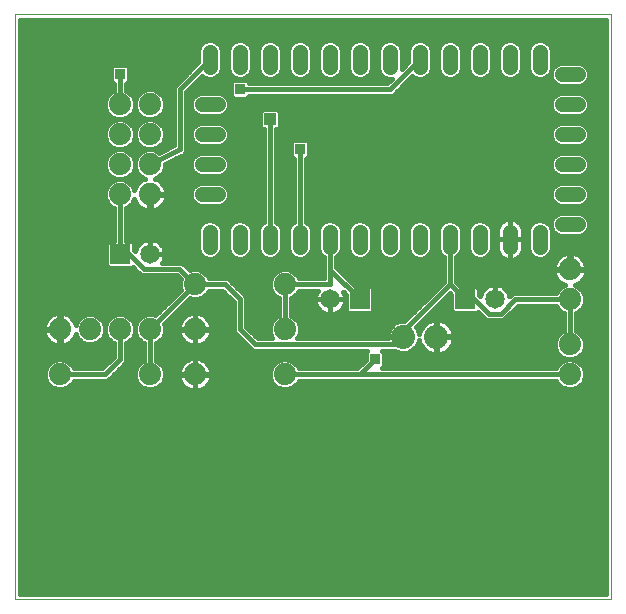
<source format=gtl>
G75*
%MOIN*%
%OFA0B0*%
%FSLAX25Y25*%
%IPPOS*%
%LPD*%
%AMOC8*
5,1,8,0,0,1.08239X$1,22.5*
%
%ADD10C,0.00000*%
%ADD11R,0.06500X0.06500*%
%ADD12C,0.06500*%
%ADD13C,0.07400*%
%ADD14C,0.05150*%
%ADD15C,0.08000*%
%ADD16C,0.01600*%
%ADD17R,0.03562X0.03562*%
%ADD18R,0.04134X0.04134*%
D10*
X0006800Y0006800D02*
X0006800Y0201761D01*
X0205501Y0201761D01*
X0205501Y0006800D01*
X0006800Y0006800D01*
D11*
X0121721Y0106800D03*
X0156879Y0106800D03*
X0041879Y0121800D03*
D12*
X0051721Y0121800D03*
X0111879Y0106800D03*
X0166721Y0106800D03*
D13*
X0191800Y0106800D03*
X0191800Y0116800D03*
X0191800Y0091800D03*
X0191800Y0081800D03*
X0096800Y0081800D03*
X0096800Y0096800D03*
X0096800Y0111800D03*
X0066800Y0111800D03*
X0066800Y0096800D03*
X0066800Y0081800D03*
X0051800Y0081800D03*
X0051800Y0096800D03*
X0041800Y0096800D03*
X0031800Y0096800D03*
X0021800Y0096800D03*
X0021800Y0081800D03*
X0041800Y0141800D03*
X0041800Y0151800D03*
X0041800Y0161800D03*
X0041800Y0171800D03*
X0051800Y0171800D03*
X0051800Y0161800D03*
X0051800Y0151800D03*
X0051800Y0141800D03*
D14*
X0069225Y0141800D02*
X0074375Y0141800D01*
X0074375Y0151800D02*
X0069225Y0151800D01*
X0069225Y0161800D02*
X0074375Y0161800D01*
X0074375Y0171800D02*
X0069225Y0171800D01*
X0071800Y0184225D02*
X0071800Y0189375D01*
X0081800Y0189375D02*
X0081800Y0184225D01*
X0091800Y0184225D02*
X0091800Y0189375D01*
X0101800Y0189375D02*
X0101800Y0184225D01*
X0111800Y0184225D02*
X0111800Y0189375D01*
X0121800Y0189375D02*
X0121800Y0184225D01*
X0131800Y0184225D02*
X0131800Y0189375D01*
X0141800Y0189375D02*
X0141800Y0184225D01*
X0151800Y0184225D02*
X0151800Y0189375D01*
X0161800Y0189375D02*
X0161800Y0184225D01*
X0171800Y0184225D02*
X0171800Y0189375D01*
X0181800Y0189375D02*
X0181800Y0184225D01*
X0189225Y0181800D02*
X0194375Y0181800D01*
X0194375Y0171800D02*
X0189225Y0171800D01*
X0189225Y0161800D02*
X0194375Y0161800D01*
X0194375Y0151800D02*
X0189225Y0151800D01*
X0189225Y0141800D02*
X0194375Y0141800D01*
X0194375Y0131800D02*
X0189225Y0131800D01*
X0181800Y0129375D02*
X0181800Y0124225D01*
X0171800Y0124225D02*
X0171800Y0129375D01*
X0161800Y0129375D02*
X0161800Y0124225D01*
X0151800Y0124225D02*
X0151800Y0129375D01*
X0141800Y0129375D02*
X0141800Y0124225D01*
X0131800Y0124225D02*
X0131800Y0129375D01*
X0121800Y0129375D02*
X0121800Y0124225D01*
X0111800Y0124225D02*
X0111800Y0129375D01*
X0101800Y0129375D02*
X0101800Y0124225D01*
X0091800Y0124225D02*
X0091800Y0129375D01*
X0081800Y0129375D02*
X0081800Y0124225D01*
X0071800Y0124225D02*
X0071800Y0129375D01*
D15*
X0136300Y0094300D03*
X0147300Y0094300D03*
D16*
X0147500Y0094500D02*
X0147100Y0094500D01*
X0147100Y0100100D01*
X0146844Y0100100D01*
X0145942Y0099957D01*
X0145074Y0099675D01*
X0144260Y0099261D01*
X0143522Y0098724D01*
X0142876Y0098078D01*
X0142339Y0097340D01*
X0141925Y0096526D01*
X0141643Y0095658D01*
X0141596Y0095363D01*
X0140793Y0097302D01*
X0140533Y0097563D01*
X0151812Y0108842D01*
X0152329Y0108333D01*
X0152329Y0103012D01*
X0153090Y0102250D01*
X0160667Y0102250D01*
X0161055Y0102638D01*
X0163842Y0099850D01*
X0169600Y0099850D01*
X0174450Y0104700D01*
X0187258Y0104700D01*
X0187561Y0103968D01*
X0188968Y0102561D01*
X0189700Y0102258D01*
X0189700Y0096342D01*
X0188968Y0096039D01*
X0187561Y0094632D01*
X0186800Y0092795D01*
X0186800Y0090805D01*
X0187561Y0088968D01*
X0188968Y0087561D01*
X0190805Y0086800D01*
X0192795Y0086800D01*
X0194632Y0087561D01*
X0196039Y0088968D01*
X0196800Y0090805D01*
X0196800Y0092795D01*
X0196039Y0094632D01*
X0194632Y0096039D01*
X0193900Y0096342D01*
X0193900Y0102258D01*
X0194632Y0102561D01*
X0196039Y0103968D01*
X0196800Y0105805D01*
X0196800Y0107795D01*
X0196039Y0109632D01*
X0194632Y0111039D01*
X0193417Y0111542D01*
X0193911Y0111703D01*
X0194683Y0112096D01*
X0195383Y0112605D01*
X0195995Y0113217D01*
X0196504Y0113917D01*
X0196897Y0114689D01*
X0197165Y0115512D01*
X0197300Y0116367D01*
X0197300Y0116600D01*
X0192000Y0116600D01*
X0192000Y0117000D01*
X0191600Y0117000D01*
X0191600Y0122300D01*
X0191367Y0122300D01*
X0190512Y0122165D01*
X0189689Y0121897D01*
X0188917Y0121504D01*
X0188217Y0120995D01*
X0187605Y0120383D01*
X0187096Y0119683D01*
X0186703Y0118911D01*
X0186435Y0118088D01*
X0186300Y0117233D01*
X0186300Y0117000D01*
X0191600Y0117000D01*
X0191600Y0116600D01*
X0186300Y0116600D01*
X0186300Y0116367D01*
X0186435Y0115512D01*
X0186703Y0114689D01*
X0187096Y0113917D01*
X0187605Y0113217D01*
X0188217Y0112605D01*
X0188917Y0112096D01*
X0189689Y0111703D01*
X0190183Y0111542D01*
X0188968Y0111039D01*
X0187561Y0109632D01*
X0187258Y0108900D01*
X0172710Y0108900D01*
X0171667Y0107856D01*
X0171647Y0107983D01*
X0171401Y0108739D01*
X0171040Y0109447D01*
X0170573Y0110090D01*
X0170011Y0110652D01*
X0169368Y0111119D01*
X0168660Y0111480D01*
X0167904Y0111726D01*
X0167119Y0111850D01*
X0166721Y0111850D01*
X0166324Y0111850D01*
X0165539Y0111726D01*
X0164783Y0111480D01*
X0164074Y0111119D01*
X0163431Y0110652D01*
X0162869Y0110090D01*
X0162402Y0109447D01*
X0162041Y0108739D01*
X0161796Y0107983D01*
X0161776Y0107856D01*
X0161429Y0108203D01*
X0161429Y0110588D01*
X0160667Y0111350D01*
X0155250Y0111350D01*
X0153900Y0112679D01*
X0153900Y0120901D01*
X0153995Y0120940D01*
X0155085Y0122030D01*
X0155675Y0123454D01*
X0155675Y0130146D01*
X0155085Y0131570D01*
X0153995Y0132660D01*
X0152571Y0133250D01*
X0151029Y0133250D01*
X0149605Y0132660D01*
X0148515Y0131570D01*
X0147925Y0130146D01*
X0147925Y0123454D01*
X0148515Y0122030D01*
X0149605Y0120940D01*
X0149700Y0120901D01*
X0149700Y0112670D01*
X0136630Y0099600D01*
X0135246Y0099600D01*
X0133298Y0098793D01*
X0131807Y0097302D01*
X0131000Y0095354D01*
X0131000Y0093900D01*
X0100971Y0093900D01*
X0101039Y0093968D01*
X0101800Y0095805D01*
X0101800Y0097795D01*
X0101039Y0099632D01*
X0099632Y0101039D01*
X0098900Y0101342D01*
X0098900Y0107258D01*
X0099632Y0107561D01*
X0101039Y0108968D01*
X0101342Y0109700D01*
X0107744Y0109700D01*
X0107560Y0109447D01*
X0107199Y0108739D01*
X0106953Y0107983D01*
X0106829Y0107197D01*
X0106829Y0106800D01*
X0106829Y0106403D01*
X0106953Y0105617D01*
X0107199Y0104861D01*
X0107560Y0104153D01*
X0108027Y0103510D01*
X0108589Y0102948D01*
X0109232Y0102481D01*
X0109940Y0102120D01*
X0110696Y0101874D01*
X0111481Y0101750D01*
X0111879Y0101750D01*
X0112276Y0101750D01*
X0113061Y0101874D01*
X0113817Y0102120D01*
X0114526Y0102481D01*
X0115169Y0102948D01*
X0115731Y0103510D01*
X0116198Y0104153D01*
X0116559Y0104861D01*
X0116804Y0105617D01*
X0116929Y0106403D01*
X0116929Y0106800D01*
X0116929Y0107197D01*
X0116804Y0107983D01*
X0116559Y0108739D01*
X0116295Y0109257D01*
X0117171Y0108380D01*
X0117171Y0103012D01*
X0117933Y0102250D01*
X0125510Y0102250D01*
X0126271Y0103012D01*
X0126271Y0110588D01*
X0125510Y0111350D01*
X0120141Y0111350D01*
X0113900Y0117591D01*
X0113900Y0120901D01*
X0113995Y0120940D01*
X0115085Y0122030D01*
X0115675Y0123454D01*
X0115675Y0130146D01*
X0115085Y0131570D01*
X0113995Y0132660D01*
X0112571Y0133250D01*
X0111029Y0133250D01*
X0109605Y0132660D01*
X0108515Y0131570D01*
X0107925Y0130146D01*
X0107925Y0123454D01*
X0108515Y0122030D01*
X0109605Y0120940D01*
X0109700Y0120901D01*
X0109700Y0113900D01*
X0101342Y0113900D01*
X0101039Y0114632D01*
X0099632Y0116039D01*
X0097795Y0116800D01*
X0095805Y0116800D01*
X0093968Y0116039D01*
X0092561Y0114632D01*
X0091800Y0112795D01*
X0091800Y0110805D01*
X0092561Y0108968D01*
X0093968Y0107561D01*
X0094700Y0107258D01*
X0094700Y0101342D01*
X0093968Y0101039D01*
X0092561Y0099632D01*
X0091800Y0097795D01*
X0091800Y0095805D01*
X0092561Y0093968D01*
X0092629Y0093900D01*
X0087670Y0093900D01*
X0083900Y0097670D01*
X0083900Y0107670D01*
X0082670Y0108900D01*
X0077670Y0113900D01*
X0071342Y0113900D01*
X0071039Y0114632D01*
X0069632Y0116039D01*
X0067795Y0116800D01*
X0065805Y0116800D01*
X0065073Y0116497D01*
X0063750Y0117820D01*
X0062520Y0119050D01*
X0055965Y0119050D01*
X0056040Y0119153D01*
X0056401Y0119861D01*
X0056647Y0120617D01*
X0056771Y0121403D01*
X0056771Y0121800D01*
X0056771Y0122197D01*
X0056647Y0122983D01*
X0056401Y0123739D01*
X0056040Y0124447D01*
X0055573Y0125090D01*
X0055011Y0125652D01*
X0054368Y0126119D01*
X0053660Y0126480D01*
X0052904Y0126726D01*
X0052119Y0126850D01*
X0051721Y0126850D01*
X0051324Y0126850D01*
X0050539Y0126726D01*
X0049783Y0126480D01*
X0049074Y0126119D01*
X0048431Y0125652D01*
X0047869Y0125090D01*
X0046429Y0125090D01*
X0046429Y0125588D02*
X0045667Y0126350D01*
X0043900Y0126350D01*
X0043900Y0137258D01*
X0044632Y0137561D01*
X0046039Y0138968D01*
X0046542Y0140183D01*
X0046703Y0139689D01*
X0047096Y0138917D01*
X0047605Y0138217D01*
X0048217Y0137605D01*
X0048917Y0137096D01*
X0049689Y0136703D01*
X0050512Y0136435D01*
X0051367Y0136300D01*
X0051600Y0136300D01*
X0051600Y0141600D01*
X0052000Y0141600D01*
X0052000Y0142000D01*
X0057300Y0142000D01*
X0057300Y0142233D01*
X0057165Y0143088D01*
X0056897Y0143911D01*
X0056504Y0144683D01*
X0055995Y0145383D01*
X0055383Y0145995D01*
X0054683Y0146504D01*
X0053911Y0146897D01*
X0053417Y0147058D01*
X0054632Y0147561D01*
X0056039Y0148968D01*
X0056800Y0150805D01*
X0056800Y0151952D01*
X0062296Y0154700D01*
X0062670Y0154700D01*
X0063044Y0155074D01*
X0063517Y0155311D01*
X0063635Y0155666D01*
X0063900Y0155930D01*
X0063900Y0156459D01*
X0064067Y0156961D01*
X0063900Y0157296D01*
X0063900Y0175930D01*
X0069258Y0181288D01*
X0069605Y0180940D01*
X0071029Y0180350D01*
X0072571Y0180350D01*
X0073995Y0180940D01*
X0075085Y0182030D01*
X0075675Y0183454D01*
X0075675Y0190146D01*
X0075085Y0191570D01*
X0073995Y0192660D01*
X0072571Y0193250D01*
X0071029Y0193250D01*
X0069605Y0192660D01*
X0068515Y0191570D01*
X0067925Y0190146D01*
X0067925Y0185895D01*
X0059700Y0177670D01*
X0059700Y0158098D01*
X0054949Y0155722D01*
X0054632Y0156039D01*
X0052795Y0156800D01*
X0054632Y0157561D01*
X0056039Y0158968D01*
X0056800Y0160805D01*
X0056800Y0162795D01*
X0056039Y0164632D01*
X0054632Y0166039D01*
X0052795Y0166800D01*
X0050805Y0166800D01*
X0048968Y0166039D01*
X0047561Y0164632D01*
X0046800Y0162795D01*
X0046800Y0160805D01*
X0047561Y0158968D01*
X0048968Y0157561D01*
X0050805Y0156800D01*
X0052795Y0156800D01*
X0050805Y0156800D01*
X0048968Y0156039D01*
X0047561Y0154632D01*
X0046800Y0152795D01*
X0046039Y0154632D01*
X0044632Y0156039D01*
X0042795Y0156800D01*
X0040805Y0156800D01*
X0038968Y0156039D01*
X0037561Y0154632D01*
X0036800Y0152795D01*
X0036800Y0150805D01*
X0037561Y0148968D01*
X0038968Y0147561D01*
X0040805Y0146800D01*
X0042795Y0146800D01*
X0044632Y0147561D01*
X0046039Y0148968D01*
X0046800Y0150805D01*
X0046800Y0152795D01*
X0046800Y0150805D01*
X0047561Y0148968D01*
X0048968Y0147561D01*
X0050183Y0147058D01*
X0049689Y0146897D01*
X0048917Y0146504D01*
X0048217Y0145995D01*
X0047605Y0145383D01*
X0047096Y0144683D01*
X0046703Y0143911D01*
X0046542Y0143417D01*
X0046039Y0144632D01*
X0044632Y0146039D01*
X0042795Y0146800D01*
X0040805Y0146800D01*
X0038968Y0146039D01*
X0037561Y0144632D01*
X0036800Y0142795D01*
X0036800Y0140805D01*
X0037561Y0138968D01*
X0038968Y0137561D01*
X0039700Y0137258D01*
X0039700Y0126350D01*
X0038090Y0126350D01*
X0037329Y0125588D01*
X0037329Y0118012D01*
X0038090Y0117250D01*
X0045667Y0117250D01*
X0046055Y0117638D01*
X0047612Y0116080D01*
X0048842Y0114850D01*
X0060780Y0114850D01*
X0062103Y0113527D01*
X0061800Y0112795D01*
X0061800Y0110805D01*
X0062103Y0110073D01*
X0053527Y0101497D01*
X0052795Y0101800D01*
X0050805Y0101800D01*
X0048968Y0101039D01*
X0047561Y0099632D01*
X0046800Y0097795D01*
X0046039Y0099632D01*
X0044632Y0101039D01*
X0042795Y0101800D01*
X0040805Y0101800D01*
X0038968Y0101039D01*
X0037561Y0099632D01*
X0036800Y0097795D01*
X0036800Y0095805D01*
X0037561Y0093968D01*
X0038968Y0092561D01*
X0039700Y0092258D01*
X0039700Y0087670D01*
X0035930Y0083900D01*
X0026342Y0083900D01*
X0026039Y0084632D01*
X0024632Y0086039D01*
X0022795Y0086800D01*
X0020805Y0086800D01*
X0018968Y0086039D01*
X0017561Y0084632D01*
X0016800Y0082795D01*
X0016800Y0080805D01*
X0017561Y0078968D01*
X0018968Y0077561D01*
X0020805Y0076800D01*
X0022795Y0076800D01*
X0024632Y0077561D01*
X0026039Y0078968D01*
X0026342Y0079700D01*
X0037670Y0079700D01*
X0042670Y0084700D01*
X0043900Y0085930D01*
X0043900Y0092258D01*
X0044632Y0092561D01*
X0046039Y0093968D01*
X0046800Y0095805D01*
X0046800Y0097795D01*
X0046800Y0095805D01*
X0047561Y0093968D01*
X0048968Y0092561D01*
X0049700Y0092258D01*
X0049700Y0086342D01*
X0048968Y0086039D01*
X0047561Y0084632D01*
X0046800Y0082795D01*
X0046800Y0080805D01*
X0047561Y0078968D01*
X0048968Y0077561D01*
X0050805Y0076800D01*
X0052795Y0076800D01*
X0054632Y0077561D01*
X0056039Y0078968D01*
X0056800Y0080805D01*
X0056800Y0082795D01*
X0056039Y0084632D01*
X0054632Y0086039D01*
X0053900Y0086342D01*
X0053900Y0092258D01*
X0054632Y0092561D01*
X0056039Y0093968D01*
X0056800Y0095805D01*
X0056800Y0097795D01*
X0056497Y0098527D01*
X0065073Y0107103D01*
X0065805Y0106800D01*
X0067795Y0106800D01*
X0069632Y0107561D01*
X0071039Y0108968D01*
X0071342Y0109700D01*
X0075930Y0109700D01*
X0079700Y0105930D01*
X0079700Y0095930D01*
X0084700Y0090930D01*
X0085930Y0089700D01*
X0124299Y0089700D01*
X0123719Y0089120D01*
X0123719Y0086689D01*
X0120930Y0083900D01*
X0101342Y0083900D01*
X0101039Y0084632D01*
X0099632Y0086039D01*
X0097795Y0086800D01*
X0095805Y0086800D01*
X0093968Y0086039D01*
X0092561Y0084632D01*
X0091800Y0082795D01*
X0091800Y0080805D01*
X0092561Y0078968D01*
X0093968Y0077561D01*
X0095805Y0076800D01*
X0097795Y0076800D01*
X0099632Y0077561D01*
X0101039Y0078968D01*
X0101342Y0079700D01*
X0187258Y0079700D01*
X0187561Y0078968D01*
X0188968Y0077561D01*
X0190805Y0076800D01*
X0192795Y0076800D01*
X0194632Y0077561D01*
X0196039Y0078968D01*
X0196800Y0080805D01*
X0196800Y0082795D01*
X0196039Y0084632D01*
X0194632Y0086039D01*
X0192795Y0086800D01*
X0190805Y0086800D01*
X0188968Y0086039D01*
X0187561Y0084632D01*
X0187258Y0083900D01*
X0129301Y0083900D01*
X0129881Y0084480D01*
X0129881Y0089120D01*
X0129301Y0089700D01*
X0133556Y0089700D01*
X0135246Y0089000D01*
X0137354Y0089000D01*
X0139302Y0089807D01*
X0140793Y0091298D01*
X0141596Y0093236D01*
X0141643Y0092942D01*
X0141925Y0092074D01*
X0142339Y0091260D01*
X0142876Y0090522D01*
X0143522Y0089876D01*
X0144260Y0089339D01*
X0145074Y0088925D01*
X0145942Y0088643D01*
X0146844Y0088500D01*
X0147100Y0088500D01*
X0147100Y0094100D01*
X0147500Y0094100D01*
X0147500Y0094500D01*
X0147500Y0100100D01*
X0147756Y0100100D01*
X0148658Y0099957D01*
X0149526Y0099675D01*
X0150340Y0099261D01*
X0151078Y0098724D01*
X0151724Y0098078D01*
X0152261Y0097340D01*
X0152675Y0096526D01*
X0152957Y0095658D01*
X0153100Y0094756D01*
X0153100Y0094500D01*
X0147500Y0094500D01*
X0147500Y0094718D02*
X0147100Y0094718D01*
X0147500Y0094100D02*
X0153100Y0094100D01*
X0153100Y0093844D01*
X0152957Y0092942D01*
X0152675Y0092074D01*
X0152261Y0091260D01*
X0151724Y0090522D01*
X0151078Y0089876D01*
X0150340Y0089339D01*
X0149526Y0088925D01*
X0148658Y0088643D01*
X0147756Y0088500D01*
X0147500Y0088500D01*
X0147500Y0094100D01*
X0147500Y0093120D02*
X0147100Y0093120D01*
X0147100Y0091521D02*
X0147500Y0091521D01*
X0147500Y0089923D02*
X0147100Y0089923D01*
X0143475Y0089923D02*
X0139418Y0089923D01*
X0140886Y0091521D02*
X0142206Y0091521D01*
X0141615Y0093120D02*
X0141548Y0093120D01*
X0141857Y0096317D02*
X0141201Y0096317D01*
X0140885Y0097915D02*
X0142757Y0097915D01*
X0142483Y0099514D02*
X0144757Y0099514D01*
X0144082Y0101112D02*
X0162580Y0101112D01*
X0164712Y0101950D02*
X0159862Y0106800D01*
X0156879Y0106800D01*
X0151800Y0111800D01*
X0136300Y0096300D01*
X0136300Y0094300D01*
X0133800Y0091800D01*
X0086800Y0091800D01*
X0081800Y0096800D01*
X0081800Y0106800D01*
X0076800Y0111800D01*
X0066800Y0111800D01*
X0061650Y0116950D01*
X0049712Y0116950D01*
X0044862Y0121800D01*
X0041879Y0121800D01*
X0041800Y0121800D01*
X0041800Y0141800D01*
X0046249Y0139476D02*
X0046811Y0139476D01*
X0047944Y0137878D02*
X0044949Y0137878D01*
X0043900Y0136279D02*
X0089700Y0136279D01*
X0089700Y0134681D02*
X0043900Y0134681D01*
X0043900Y0133082D02*
X0070626Y0133082D01*
X0071029Y0133250D02*
X0069605Y0132660D01*
X0068515Y0131570D01*
X0067925Y0130146D01*
X0067925Y0123454D01*
X0068515Y0122030D01*
X0069605Y0120940D01*
X0071029Y0120350D01*
X0072571Y0120350D01*
X0073995Y0120940D01*
X0075085Y0122030D01*
X0075675Y0123454D01*
X0075675Y0130146D01*
X0075085Y0131570D01*
X0073995Y0132660D01*
X0072571Y0133250D01*
X0071029Y0133250D01*
X0072974Y0133082D02*
X0080626Y0133082D01*
X0081029Y0133250D02*
X0079605Y0132660D01*
X0078515Y0131570D01*
X0077925Y0130146D01*
X0077925Y0123454D01*
X0078515Y0122030D01*
X0079605Y0120940D01*
X0081029Y0120350D01*
X0082571Y0120350D01*
X0083995Y0120940D01*
X0085085Y0122030D01*
X0085675Y0123454D01*
X0085675Y0130146D01*
X0085085Y0131570D01*
X0083995Y0132660D01*
X0082571Y0133250D01*
X0081029Y0133250D01*
X0082974Y0133082D02*
X0089700Y0133082D01*
X0089700Y0132699D02*
X0089605Y0132660D01*
X0088515Y0131570D01*
X0087925Y0130146D01*
X0087925Y0123454D01*
X0088515Y0122030D01*
X0089605Y0120940D01*
X0091029Y0120350D01*
X0092571Y0120350D01*
X0093995Y0120940D01*
X0095085Y0122030D01*
X0095675Y0123454D01*
X0095675Y0130146D01*
X0095085Y0131570D01*
X0093995Y0132660D01*
X0093900Y0132699D01*
X0093900Y0163433D01*
X0094405Y0163433D01*
X0095167Y0164195D01*
X0095167Y0169405D01*
X0094405Y0170167D01*
X0089195Y0170167D01*
X0088433Y0169405D01*
X0088433Y0164195D01*
X0089195Y0163433D01*
X0089700Y0163433D01*
X0089700Y0132699D01*
X0088480Y0131484D02*
X0085120Y0131484D01*
X0085675Y0129885D02*
X0087925Y0129885D01*
X0087925Y0128287D02*
X0085675Y0128287D01*
X0085675Y0126688D02*
X0087925Y0126688D01*
X0087925Y0125090D02*
X0085675Y0125090D01*
X0085675Y0123491D02*
X0087925Y0123491D01*
X0088653Y0121893D02*
X0084947Y0121893D01*
X0078653Y0121893D02*
X0074947Y0121893D01*
X0075675Y0123491D02*
X0077925Y0123491D01*
X0077925Y0125090D02*
X0075675Y0125090D01*
X0075675Y0126688D02*
X0077925Y0126688D01*
X0077925Y0128287D02*
X0075675Y0128287D01*
X0075675Y0129885D02*
X0077925Y0129885D01*
X0078480Y0131484D02*
X0075120Y0131484D01*
X0075146Y0137925D02*
X0068454Y0137925D01*
X0067030Y0138515D01*
X0065940Y0139605D01*
X0065350Y0141029D01*
X0065350Y0142571D01*
X0065940Y0143995D01*
X0067030Y0145085D01*
X0068454Y0145675D01*
X0075146Y0145675D01*
X0076570Y0145085D01*
X0077660Y0143995D01*
X0078250Y0142571D01*
X0078250Y0141029D01*
X0077660Y0139605D01*
X0076570Y0138515D01*
X0075146Y0137925D01*
X0077531Y0139476D02*
X0089700Y0139476D01*
X0089700Y0137878D02*
X0055656Y0137878D01*
X0055383Y0137605D02*
X0055995Y0138217D01*
X0056504Y0138917D01*
X0056897Y0139689D01*
X0057165Y0140512D01*
X0057300Y0141367D01*
X0057300Y0141600D01*
X0052000Y0141600D01*
X0052000Y0136300D01*
X0052233Y0136300D01*
X0053088Y0136435D01*
X0053911Y0136703D01*
X0054683Y0137096D01*
X0055383Y0137605D01*
X0056789Y0139476D02*
X0066069Y0139476D01*
X0065350Y0141075D02*
X0057254Y0141075D01*
X0057230Y0142673D02*
X0065393Y0142673D01*
X0066217Y0144272D02*
X0056713Y0144272D01*
X0055508Y0145870D02*
X0089700Y0145870D01*
X0089700Y0144272D02*
X0077383Y0144272D01*
X0078207Y0142673D02*
X0089700Y0142673D01*
X0089700Y0141075D02*
X0078250Y0141075D01*
X0075146Y0147925D02*
X0076570Y0148515D01*
X0077660Y0149605D01*
X0078250Y0151029D01*
X0078250Y0152571D01*
X0077660Y0153995D01*
X0076570Y0155085D01*
X0075146Y0155675D01*
X0068454Y0155675D01*
X0067030Y0155085D01*
X0065940Y0153995D01*
X0065350Y0152571D01*
X0065350Y0151029D01*
X0065940Y0149605D01*
X0067030Y0148515D01*
X0068454Y0147925D01*
X0075146Y0147925D01*
X0077122Y0149068D02*
X0089700Y0149068D01*
X0089700Y0150666D02*
X0078099Y0150666D01*
X0078250Y0152265D02*
X0089700Y0152265D01*
X0089700Y0153863D02*
X0077714Y0153863D01*
X0075660Y0155462D02*
X0089700Y0155462D01*
X0089700Y0157060D02*
X0064018Y0157060D01*
X0063900Y0158659D02*
X0066887Y0158659D01*
X0067030Y0158515D02*
X0068454Y0157925D01*
X0075146Y0157925D01*
X0076570Y0158515D01*
X0077660Y0159605D01*
X0078250Y0161029D01*
X0078250Y0162571D01*
X0077660Y0163995D01*
X0076570Y0165085D01*
X0075146Y0165675D01*
X0068454Y0165675D01*
X0067030Y0165085D01*
X0065940Y0163995D01*
X0065350Y0162571D01*
X0065350Y0161029D01*
X0065940Y0159605D01*
X0067030Y0158515D01*
X0065670Y0160257D02*
X0063900Y0160257D01*
X0063900Y0161856D02*
X0065350Y0161856D01*
X0065716Y0163454D02*
X0063900Y0163454D01*
X0063900Y0165053D02*
X0066998Y0165053D01*
X0068454Y0167925D02*
X0075146Y0167925D01*
X0076570Y0168515D01*
X0077660Y0169605D01*
X0078250Y0171029D01*
X0078250Y0172571D01*
X0077660Y0173995D01*
X0076570Y0175085D01*
X0075146Y0175675D01*
X0068454Y0175675D01*
X0067030Y0175085D01*
X0065940Y0173995D01*
X0065350Y0172571D01*
X0065350Y0171029D01*
X0065940Y0169605D01*
X0067030Y0168515D01*
X0068454Y0167925D01*
X0067671Y0168250D02*
X0063900Y0168250D01*
X0063900Y0169848D02*
X0065840Y0169848D01*
X0065350Y0171447D02*
X0063900Y0171447D01*
X0063900Y0173045D02*
X0065547Y0173045D01*
X0066589Y0174644D02*
X0063900Y0174644D01*
X0064212Y0176242D02*
X0078719Y0176242D01*
X0078719Y0174644D02*
X0077011Y0174644D01*
X0078719Y0174480D02*
X0079480Y0173719D01*
X0084120Y0173719D01*
X0084881Y0174480D01*
X0084881Y0174700D01*
X0132670Y0174700D01*
X0139258Y0181288D01*
X0139605Y0180940D01*
X0141029Y0180350D01*
X0142571Y0180350D01*
X0143995Y0180940D01*
X0145085Y0182030D01*
X0145675Y0183454D01*
X0145675Y0190146D01*
X0145085Y0191570D01*
X0143995Y0192660D01*
X0142571Y0193250D01*
X0141029Y0193250D01*
X0139605Y0192660D01*
X0138515Y0191570D01*
X0137925Y0190146D01*
X0137925Y0185895D01*
X0135675Y0183645D01*
X0135675Y0190146D01*
X0135085Y0191570D01*
X0133995Y0192660D01*
X0132571Y0193250D01*
X0131029Y0193250D01*
X0129605Y0192660D01*
X0128515Y0191570D01*
X0127925Y0190146D01*
X0127925Y0183454D01*
X0128515Y0182030D01*
X0129605Y0180940D01*
X0131029Y0180350D01*
X0132381Y0180350D01*
X0130930Y0178900D01*
X0084881Y0178900D01*
X0084881Y0179120D01*
X0084120Y0179881D01*
X0079480Y0179881D01*
X0078719Y0179120D01*
X0078719Y0174480D01*
X0078053Y0173045D02*
X0185547Y0173045D01*
X0185350Y0172571D02*
X0185350Y0171029D01*
X0185940Y0169605D01*
X0187030Y0168515D01*
X0188454Y0167925D01*
X0195146Y0167925D01*
X0196570Y0168515D01*
X0197660Y0169605D01*
X0198250Y0171029D01*
X0198250Y0172571D01*
X0197660Y0173995D01*
X0196570Y0175085D01*
X0195146Y0175675D01*
X0188454Y0175675D01*
X0187030Y0175085D01*
X0185940Y0173995D01*
X0185350Y0172571D01*
X0185350Y0171447D02*
X0078250Y0171447D01*
X0077760Y0169848D02*
X0088876Y0169848D01*
X0088433Y0168250D02*
X0075929Y0168250D01*
X0076602Y0165053D02*
X0088433Y0165053D01*
X0088433Y0166651D02*
X0063900Y0166651D01*
X0059700Y0166651D02*
X0053154Y0166651D01*
X0052795Y0166800D02*
X0054632Y0167561D01*
X0056039Y0168968D01*
X0056800Y0170805D01*
X0056800Y0172795D01*
X0056039Y0174632D01*
X0054632Y0176039D01*
X0052795Y0176800D01*
X0050805Y0176800D01*
X0048968Y0176039D01*
X0047561Y0174632D01*
X0046800Y0172795D01*
X0046800Y0170805D01*
X0047561Y0168968D01*
X0048968Y0167561D01*
X0050805Y0166800D01*
X0052795Y0166800D01*
X0050446Y0166651D02*
X0043154Y0166651D01*
X0042795Y0166800D02*
X0040805Y0166800D01*
X0038968Y0166039D01*
X0037561Y0164632D01*
X0036800Y0162795D01*
X0036800Y0160805D01*
X0037561Y0158968D01*
X0038968Y0157561D01*
X0040805Y0156800D01*
X0042795Y0156800D01*
X0044632Y0157561D01*
X0046039Y0158968D01*
X0046800Y0160805D01*
X0046800Y0162795D01*
X0046039Y0164632D01*
X0044632Y0166039D01*
X0042795Y0166800D01*
X0044632Y0167561D01*
X0046039Y0168968D01*
X0046800Y0170805D01*
X0046800Y0172795D01*
X0046039Y0174632D01*
X0044632Y0176039D01*
X0043900Y0176342D01*
X0043900Y0178719D01*
X0044120Y0178719D01*
X0044881Y0179480D01*
X0044881Y0184120D01*
X0044120Y0184881D01*
X0039480Y0184881D01*
X0038719Y0184120D01*
X0038719Y0179480D01*
X0039480Y0178719D01*
X0039700Y0178719D01*
X0039700Y0176342D01*
X0038968Y0176039D01*
X0037561Y0174632D01*
X0036800Y0172795D01*
X0036800Y0170805D01*
X0037561Y0168968D01*
X0038968Y0167561D01*
X0040805Y0166800D01*
X0042795Y0166800D01*
X0045321Y0168250D02*
X0048279Y0168250D01*
X0047197Y0169848D02*
X0046403Y0169848D01*
X0046800Y0171447D02*
X0046800Y0171447D01*
X0046696Y0173045D02*
X0046904Y0173045D01*
X0047573Y0174644D02*
X0046027Y0174644D01*
X0044141Y0176242D02*
X0049459Y0176242D01*
X0054141Y0176242D02*
X0059700Y0176242D01*
X0059700Y0174644D02*
X0056027Y0174644D01*
X0056696Y0173045D02*
X0059700Y0173045D01*
X0059700Y0171447D02*
X0056800Y0171447D01*
X0056403Y0169848D02*
X0059700Y0169848D01*
X0059700Y0168250D02*
X0055321Y0168250D01*
X0055618Y0165053D02*
X0059700Y0165053D01*
X0059700Y0163454D02*
X0056527Y0163454D01*
X0056800Y0161856D02*
X0059700Y0161856D01*
X0059700Y0160257D02*
X0056573Y0160257D01*
X0055730Y0158659D02*
X0059700Y0158659D01*
X0057624Y0157060D02*
X0053422Y0157060D01*
X0050178Y0157060D02*
X0043422Y0157060D01*
X0045209Y0155462D02*
X0048390Y0155462D01*
X0047243Y0153863D02*
X0046357Y0153863D01*
X0046800Y0152265D02*
X0046800Y0152265D01*
X0046742Y0150666D02*
X0046858Y0150666D01*
X0047520Y0149068D02*
X0046080Y0149068D01*
X0044410Y0147469D02*
X0049190Y0147469D01*
X0048092Y0145870D02*
X0044801Y0145870D01*
X0046188Y0144272D02*
X0046887Y0144272D01*
X0051600Y0141075D02*
X0052000Y0141075D01*
X0052000Y0139476D02*
X0051600Y0139476D01*
X0051600Y0137878D02*
X0052000Y0137878D01*
X0043900Y0131484D02*
X0068480Y0131484D01*
X0067925Y0129885D02*
X0043900Y0129885D01*
X0043900Y0128287D02*
X0067925Y0128287D01*
X0067925Y0126688D02*
X0053019Y0126688D01*
X0051721Y0126688D02*
X0051721Y0126688D01*
X0051721Y0126850D02*
X0051721Y0121800D01*
X0051721Y0121800D01*
X0051721Y0126850D01*
X0050424Y0126688D02*
X0043900Y0126688D01*
X0046429Y0125588D02*
X0046429Y0123203D01*
X0046776Y0122856D01*
X0046796Y0122983D01*
X0047041Y0123739D01*
X0047402Y0124447D01*
X0047869Y0125090D01*
X0046961Y0123491D02*
X0046429Y0123491D01*
X0051721Y0123491D02*
X0051721Y0123491D01*
X0051721Y0121893D02*
X0051721Y0121893D01*
X0051721Y0121800D02*
X0056771Y0121800D01*
X0051721Y0121800D01*
X0051721Y0121800D01*
X0051721Y0125090D02*
X0051721Y0125090D01*
X0055573Y0125090D02*
X0067925Y0125090D01*
X0067925Y0123491D02*
X0056482Y0123491D01*
X0056771Y0121893D02*
X0068653Y0121893D01*
X0064473Y0117097D02*
X0109700Y0117097D01*
X0109700Y0115499D02*
X0100172Y0115499D01*
X0101342Y0113900D02*
X0109700Y0113900D01*
X0111800Y0111800D02*
X0111800Y0116721D01*
X0111800Y0126800D01*
X0115675Y0126688D02*
X0117925Y0126688D01*
X0117925Y0125090D02*
X0115675Y0125090D01*
X0115675Y0123491D02*
X0117925Y0123491D01*
X0117925Y0123454D02*
X0118515Y0122030D01*
X0119605Y0120940D01*
X0121029Y0120350D01*
X0122571Y0120350D01*
X0123995Y0120940D01*
X0125085Y0122030D01*
X0125675Y0123454D01*
X0125675Y0130146D01*
X0125085Y0131570D01*
X0123995Y0132660D01*
X0122571Y0133250D01*
X0121029Y0133250D01*
X0119605Y0132660D01*
X0118515Y0131570D01*
X0117925Y0130146D01*
X0117925Y0123454D01*
X0118653Y0121893D02*
X0114947Y0121893D01*
X0113900Y0120294D02*
X0149700Y0120294D01*
X0149700Y0118696D02*
X0113900Y0118696D01*
X0114394Y0117097D02*
X0149700Y0117097D01*
X0149700Y0115499D02*
X0115992Y0115499D01*
X0117591Y0113900D02*
X0149700Y0113900D01*
X0149332Y0112302D02*
X0119189Y0112302D01*
X0116447Y0109105D02*
X0116372Y0109105D01*
X0116880Y0107506D02*
X0117171Y0107506D01*
X0116929Y0106800D02*
X0111879Y0106800D01*
X0111879Y0106800D01*
X0116929Y0106800D01*
X0116850Y0105908D02*
X0117171Y0105908D01*
X0117171Y0104309D02*
X0116277Y0104309D01*
X0117472Y0102711D02*
X0114842Y0102711D01*
X0111879Y0102711D02*
X0111879Y0102711D01*
X0111879Y0101750D02*
X0111879Y0106800D01*
X0111879Y0106800D01*
X0111879Y0101750D01*
X0111879Y0104309D02*
X0111879Y0104309D01*
X0111879Y0105908D02*
X0111879Y0105908D01*
X0111879Y0106800D02*
X0106829Y0106800D01*
X0111879Y0106800D01*
X0111879Y0106800D01*
X0111800Y0111800D02*
X0096800Y0111800D01*
X0096800Y0096800D01*
X0101350Y0094718D02*
X0131000Y0094718D01*
X0131399Y0096317D02*
X0101800Y0096317D01*
X0101750Y0097915D02*
X0132420Y0097915D01*
X0135037Y0099514D02*
X0101088Y0099514D01*
X0099455Y0101112D02*
X0138142Y0101112D01*
X0139741Y0102711D02*
X0125970Y0102711D01*
X0126271Y0104309D02*
X0141339Y0104309D01*
X0142938Y0105908D02*
X0126271Y0105908D01*
X0126271Y0107506D02*
X0144536Y0107506D01*
X0146135Y0109105D02*
X0126271Y0109105D01*
X0126156Y0110703D02*
X0147733Y0110703D01*
X0150476Y0107506D02*
X0152329Y0107506D01*
X0152329Y0105908D02*
X0148878Y0105908D01*
X0147279Y0104309D02*
X0152329Y0104309D01*
X0152630Y0102711D02*
X0145681Y0102711D01*
X0147100Y0099514D02*
X0147500Y0099514D01*
X0147500Y0097915D02*
X0147100Y0097915D01*
X0147100Y0096317D02*
X0147500Y0096317D01*
X0149843Y0099514D02*
X0189700Y0099514D01*
X0189700Y0101112D02*
X0170862Y0101112D01*
X0172461Y0102711D02*
X0188818Y0102711D01*
X0187420Y0104309D02*
X0174059Y0104309D01*
X0173580Y0106800D02*
X0168730Y0101950D01*
X0164712Y0101950D01*
X0166721Y0106800D02*
X0166721Y0111850D01*
X0166721Y0106800D01*
X0166721Y0106800D01*
X0166721Y0107506D02*
X0166721Y0107506D01*
X0166721Y0109105D02*
X0166721Y0109105D01*
X0166721Y0110703D02*
X0166721Y0110703D01*
X0169940Y0110703D02*
X0188632Y0110703D01*
X0188634Y0112302D02*
X0154284Y0112302D01*
X0153900Y0113900D02*
X0187108Y0113900D01*
X0186440Y0115499D02*
X0153900Y0115499D01*
X0153900Y0117097D02*
X0186300Y0117097D01*
X0186633Y0118696D02*
X0153900Y0118696D01*
X0153900Y0120294D02*
X0169878Y0120294D01*
X0170121Y0120171D02*
X0170776Y0119958D01*
X0171456Y0119850D01*
X0171800Y0119850D01*
X0171800Y0126800D01*
X0171800Y0126800D01*
X0171800Y0133750D01*
X0171456Y0133750D01*
X0170776Y0133642D01*
X0170121Y0133429D01*
X0169507Y0133116D01*
X0168950Y0132712D01*
X0168463Y0132225D01*
X0168058Y0131668D01*
X0167746Y0131054D01*
X0167533Y0130399D01*
X0167425Y0129719D01*
X0167425Y0126800D01*
X0171800Y0126800D01*
X0176175Y0126800D01*
X0176175Y0129719D01*
X0176067Y0130399D01*
X0175854Y0131054D01*
X0175542Y0131668D01*
X0175137Y0132225D01*
X0174650Y0132712D01*
X0174093Y0133116D01*
X0173479Y0133429D01*
X0172824Y0133642D01*
X0172144Y0133750D01*
X0171800Y0133750D01*
X0171800Y0126800D01*
X0171800Y0126800D01*
X0171800Y0126800D01*
X0176175Y0126800D01*
X0176175Y0123881D01*
X0176067Y0123201D01*
X0175854Y0122546D01*
X0175542Y0121932D01*
X0175137Y0121375D01*
X0174650Y0120888D01*
X0174093Y0120484D01*
X0173479Y0120171D01*
X0172824Y0119958D01*
X0172144Y0119850D01*
X0171800Y0119850D01*
X0171800Y0126800D01*
X0171800Y0126800D01*
X0167425Y0126800D01*
X0167425Y0123881D01*
X0167533Y0123201D01*
X0167746Y0122546D01*
X0168058Y0121932D01*
X0168463Y0121375D01*
X0168950Y0120888D01*
X0169507Y0120484D01*
X0170121Y0120171D01*
X0171800Y0120294D02*
X0171800Y0120294D01*
X0171800Y0121893D02*
X0171800Y0121893D01*
X0171800Y0123491D02*
X0171800Y0123491D01*
X0171800Y0125090D02*
X0171800Y0125090D01*
X0171800Y0126688D02*
X0171800Y0126688D01*
X0171800Y0128287D02*
X0171800Y0128287D01*
X0171800Y0129885D02*
X0171800Y0129885D01*
X0171800Y0131484D02*
X0171800Y0131484D01*
X0171800Y0133082D02*
X0171800Y0133082D01*
X0169460Y0133082D02*
X0162974Y0133082D01*
X0162571Y0133250D02*
X0161029Y0133250D01*
X0159605Y0132660D01*
X0158515Y0131570D01*
X0157925Y0130146D01*
X0157925Y0123454D01*
X0158515Y0122030D01*
X0159605Y0120940D01*
X0161029Y0120350D01*
X0162571Y0120350D01*
X0163995Y0120940D01*
X0165085Y0122030D01*
X0165675Y0123454D01*
X0165675Y0130146D01*
X0165085Y0131570D01*
X0163995Y0132660D01*
X0162571Y0133250D01*
X0160626Y0133082D02*
X0152974Y0133082D01*
X0150626Y0133082D02*
X0142974Y0133082D01*
X0142571Y0133250D02*
X0141029Y0133250D01*
X0139605Y0132660D01*
X0138515Y0131570D01*
X0137925Y0130146D01*
X0137925Y0123454D01*
X0138515Y0122030D01*
X0139605Y0120940D01*
X0141029Y0120350D01*
X0142571Y0120350D01*
X0143995Y0120940D01*
X0145085Y0122030D01*
X0145675Y0123454D01*
X0145675Y0130146D01*
X0145085Y0131570D01*
X0143995Y0132660D01*
X0142571Y0133250D01*
X0140626Y0133082D02*
X0132974Y0133082D01*
X0132571Y0133250D02*
X0131029Y0133250D01*
X0129605Y0132660D01*
X0128515Y0131570D01*
X0127925Y0130146D01*
X0127925Y0123454D01*
X0128515Y0122030D01*
X0129605Y0120940D01*
X0131029Y0120350D01*
X0132571Y0120350D01*
X0133995Y0120940D01*
X0135085Y0122030D01*
X0135675Y0123454D01*
X0135675Y0130146D01*
X0135085Y0131570D01*
X0133995Y0132660D01*
X0132571Y0133250D01*
X0130626Y0133082D02*
X0122974Y0133082D01*
X0120626Y0133082D02*
X0112974Y0133082D01*
X0110626Y0133082D02*
X0103900Y0133082D01*
X0103900Y0132699D02*
X0103900Y0153719D01*
X0104120Y0153719D01*
X0104881Y0154480D01*
X0104881Y0159120D01*
X0104120Y0159881D01*
X0099480Y0159881D01*
X0098719Y0159120D01*
X0098719Y0154480D01*
X0099480Y0153719D01*
X0099700Y0153719D01*
X0099700Y0132699D01*
X0099605Y0132660D01*
X0098515Y0131570D01*
X0097925Y0130146D01*
X0097925Y0123454D01*
X0098515Y0122030D01*
X0099605Y0120940D01*
X0101029Y0120350D01*
X0102571Y0120350D01*
X0103995Y0120940D01*
X0105085Y0122030D01*
X0105675Y0123454D01*
X0105675Y0130146D01*
X0105085Y0131570D01*
X0103995Y0132660D01*
X0103900Y0132699D01*
X0105120Y0131484D02*
X0108480Y0131484D01*
X0107925Y0129885D02*
X0105675Y0129885D01*
X0105675Y0128287D02*
X0107925Y0128287D01*
X0107925Y0126688D02*
X0105675Y0126688D01*
X0105675Y0125090D02*
X0107925Y0125090D01*
X0107925Y0123491D02*
X0105675Y0123491D01*
X0104947Y0121893D02*
X0108653Y0121893D01*
X0109700Y0120294D02*
X0056542Y0120294D01*
X0062874Y0118696D02*
X0109700Y0118696D01*
X0111800Y0116721D02*
X0121721Y0106800D01*
X0108916Y0102711D02*
X0098900Y0102711D01*
X0098900Y0104309D02*
X0107480Y0104309D01*
X0106907Y0105908D02*
X0098900Y0105908D01*
X0099499Y0107506D02*
X0106878Y0107506D01*
X0107385Y0109105D02*
X0101096Y0109105D01*
X0094700Y0105908D02*
X0083900Y0105908D01*
X0083900Y0107506D02*
X0094100Y0107506D01*
X0092504Y0109105D02*
X0082465Y0109105D01*
X0080867Y0110703D02*
X0091842Y0110703D01*
X0091800Y0112302D02*
X0079268Y0112302D01*
X0076525Y0109105D02*
X0071096Y0109105D01*
X0069499Y0107506D02*
X0078124Y0107506D01*
X0079700Y0105908D02*
X0063878Y0105908D01*
X0062279Y0104309D02*
X0079700Y0104309D01*
X0079700Y0102711D02*
X0060681Y0102711D01*
X0059082Y0101112D02*
X0063378Y0101112D01*
X0063217Y0100995D02*
X0062605Y0100383D01*
X0062096Y0099683D01*
X0061703Y0098911D01*
X0061435Y0098088D01*
X0061300Y0097233D01*
X0061300Y0096886D01*
X0066714Y0096886D01*
X0066714Y0102300D01*
X0066367Y0102300D01*
X0065512Y0102165D01*
X0064689Y0101897D01*
X0063917Y0101504D01*
X0063217Y0100995D01*
X0062010Y0099514D02*
X0057483Y0099514D01*
X0056750Y0097915D02*
X0061408Y0097915D01*
X0061300Y0096714D02*
X0061300Y0096367D01*
X0061435Y0095512D01*
X0061703Y0094689D01*
X0062096Y0093917D01*
X0062605Y0093217D01*
X0063217Y0092605D01*
X0063917Y0092096D01*
X0064689Y0091703D01*
X0065512Y0091435D01*
X0066367Y0091300D01*
X0066714Y0091300D01*
X0066714Y0096714D01*
X0066886Y0096714D01*
X0066886Y0096886D01*
X0072300Y0096886D01*
X0072300Y0097233D01*
X0072165Y0098088D01*
X0071897Y0098911D01*
X0071504Y0099683D01*
X0070995Y0100383D01*
X0070383Y0100995D01*
X0069683Y0101504D01*
X0068911Y0101897D01*
X0068088Y0102165D01*
X0067233Y0102300D01*
X0066886Y0102300D01*
X0066886Y0096886D01*
X0066714Y0096886D01*
X0066714Y0096714D01*
X0061300Y0096714D01*
X0061308Y0096317D02*
X0056800Y0096317D01*
X0056350Y0094718D02*
X0061693Y0094718D01*
X0062702Y0093120D02*
X0055191Y0093120D01*
X0053900Y0091521D02*
X0065248Y0091521D01*
X0066714Y0091521D02*
X0066886Y0091521D01*
X0066886Y0091300D02*
X0067233Y0091300D01*
X0068088Y0091435D01*
X0068911Y0091703D01*
X0069683Y0092096D01*
X0070383Y0092605D01*
X0070995Y0093217D01*
X0071504Y0093917D01*
X0071897Y0094689D01*
X0072165Y0095512D01*
X0072300Y0096367D01*
X0072300Y0096714D01*
X0066886Y0096714D01*
X0066886Y0091300D01*
X0068352Y0091521D02*
X0084109Y0091521D01*
X0085708Y0089923D02*
X0053900Y0089923D01*
X0053900Y0088324D02*
X0123719Y0088324D01*
X0123719Y0086726D02*
X0097974Y0086726D01*
X0095626Y0086726D02*
X0069248Y0086726D01*
X0068911Y0086897D02*
X0068088Y0087165D01*
X0067233Y0087300D01*
X0066886Y0087300D01*
X0066886Y0081886D01*
X0072300Y0081886D01*
X0072300Y0082233D01*
X0072165Y0083088D01*
X0071897Y0083911D01*
X0071504Y0084683D01*
X0070995Y0085383D01*
X0070383Y0085995D01*
X0069683Y0086504D01*
X0068911Y0086897D01*
X0066886Y0086726D02*
X0066714Y0086726D01*
X0066714Y0087300D02*
X0066367Y0087300D01*
X0065512Y0087165D01*
X0064689Y0086897D01*
X0063917Y0086504D01*
X0063217Y0085995D01*
X0062605Y0085383D01*
X0062096Y0084683D01*
X0061703Y0083911D01*
X0061435Y0083088D01*
X0061300Y0082233D01*
X0061300Y0081886D01*
X0066714Y0081886D01*
X0066714Y0087300D01*
X0064352Y0086726D02*
X0053900Y0086726D01*
X0055544Y0085127D02*
X0062419Y0085127D01*
X0061579Y0083529D02*
X0056496Y0083529D01*
X0056800Y0081930D02*
X0061300Y0081930D01*
X0061300Y0081714D02*
X0061300Y0081367D01*
X0061435Y0080512D01*
X0061703Y0079689D01*
X0062096Y0078917D01*
X0062605Y0078217D01*
X0063217Y0077605D01*
X0063917Y0077096D01*
X0064689Y0076703D01*
X0065512Y0076435D01*
X0066367Y0076300D01*
X0066714Y0076300D01*
X0066714Y0081714D01*
X0066886Y0081714D01*
X0066886Y0081886D01*
X0066714Y0081886D01*
X0066714Y0081714D01*
X0061300Y0081714D01*
X0061494Y0080332D02*
X0056604Y0080332D01*
X0055804Y0078733D02*
X0062230Y0078733D01*
X0063864Y0077134D02*
X0053602Y0077134D01*
X0049998Y0077134D02*
X0023602Y0077134D01*
X0025804Y0078733D02*
X0047796Y0078733D01*
X0046996Y0080332D02*
X0038301Y0080332D01*
X0036800Y0081800D02*
X0041800Y0086800D01*
X0041800Y0096800D01*
X0046350Y0094718D02*
X0047250Y0094718D01*
X0046800Y0096317D02*
X0046800Y0096317D01*
X0046750Y0097915D02*
X0046850Y0097915D01*
X0047512Y0099514D02*
X0046088Y0099514D01*
X0044455Y0101112D02*
X0049145Y0101112D01*
X0051800Y0096800D02*
X0051800Y0081800D01*
X0047104Y0083529D02*
X0041498Y0083529D01*
X0042670Y0084700D02*
X0042670Y0084700D01*
X0043097Y0085127D02*
X0048056Y0085127D01*
X0049700Y0086726D02*
X0043900Y0086726D01*
X0043900Y0088324D02*
X0049700Y0088324D01*
X0049700Y0089923D02*
X0043900Y0089923D01*
X0043900Y0091521D02*
X0049700Y0091521D01*
X0048409Y0093120D02*
X0045191Y0093120D01*
X0039700Y0091521D02*
X0023352Y0091521D01*
X0023088Y0091435D02*
X0023911Y0091703D01*
X0024683Y0092096D01*
X0025383Y0092605D01*
X0025995Y0093217D01*
X0026504Y0093917D01*
X0026897Y0094689D01*
X0027058Y0095183D01*
X0027561Y0093968D01*
X0028968Y0092561D01*
X0030805Y0091800D01*
X0032795Y0091800D01*
X0034632Y0092561D01*
X0036039Y0093968D01*
X0036800Y0095805D01*
X0036800Y0097795D01*
X0036039Y0099632D01*
X0034632Y0101039D01*
X0032795Y0101800D01*
X0030805Y0101800D01*
X0028968Y0101039D01*
X0027561Y0099632D01*
X0027058Y0098417D01*
X0026897Y0098911D01*
X0026504Y0099683D01*
X0025995Y0100383D01*
X0025383Y0100995D01*
X0024683Y0101504D01*
X0023911Y0101897D01*
X0023088Y0102165D01*
X0022233Y0102300D01*
X0022000Y0102300D01*
X0022000Y0097000D01*
X0021600Y0097000D01*
X0021600Y0102300D01*
X0021367Y0102300D01*
X0020512Y0102165D01*
X0019689Y0101897D01*
X0018917Y0101504D01*
X0018217Y0100995D01*
X0017605Y0100383D01*
X0017096Y0099683D01*
X0016703Y0098911D01*
X0016435Y0098088D01*
X0016300Y0097233D01*
X0016300Y0097000D01*
X0021600Y0097000D01*
X0021600Y0096600D01*
X0016300Y0096600D01*
X0016300Y0096367D01*
X0016435Y0095512D01*
X0016703Y0094689D01*
X0017096Y0093917D01*
X0017605Y0093217D01*
X0018217Y0092605D01*
X0018917Y0092096D01*
X0019689Y0091703D01*
X0020512Y0091435D01*
X0021367Y0091300D01*
X0021600Y0091300D01*
X0021600Y0096600D01*
X0022000Y0096600D01*
X0022000Y0091300D01*
X0022233Y0091300D01*
X0023088Y0091435D01*
X0022000Y0091521D02*
X0021600Y0091521D01*
X0020248Y0091521D02*
X0008600Y0091521D01*
X0008600Y0089923D02*
X0039700Y0089923D01*
X0039700Y0088324D02*
X0008600Y0088324D01*
X0008600Y0086726D02*
X0020626Y0086726D01*
X0022974Y0086726D02*
X0038756Y0086726D01*
X0037157Y0085127D02*
X0025544Y0085127D01*
X0021800Y0081800D02*
X0036800Y0081800D01*
X0039900Y0081930D02*
X0046800Y0081930D01*
X0038409Y0093120D02*
X0035191Y0093120D01*
X0036350Y0094718D02*
X0037250Y0094718D01*
X0036800Y0096317D02*
X0036800Y0096317D01*
X0036750Y0097915D02*
X0036850Y0097915D01*
X0037512Y0099514D02*
X0036088Y0099514D01*
X0034455Y0101112D02*
X0039145Y0101112D01*
X0029145Y0101112D02*
X0025222Y0101112D01*
X0026590Y0099514D02*
X0027512Y0099514D01*
X0027250Y0094718D02*
X0026907Y0094718D01*
X0025898Y0093120D02*
X0028409Y0093120D01*
X0022000Y0093120D02*
X0021600Y0093120D01*
X0021600Y0094718D02*
X0022000Y0094718D01*
X0022000Y0096317D02*
X0021600Y0096317D01*
X0021600Y0097915D02*
X0022000Y0097915D01*
X0022000Y0099514D02*
X0021600Y0099514D01*
X0021600Y0101112D02*
X0022000Y0101112D01*
X0018378Y0101112D02*
X0008600Y0101112D01*
X0008600Y0099514D02*
X0017010Y0099514D01*
X0016408Y0097915D02*
X0008600Y0097915D01*
X0008600Y0096317D02*
X0016308Y0096317D01*
X0016693Y0094718D02*
X0008600Y0094718D01*
X0008600Y0093120D02*
X0017702Y0093120D01*
X0018056Y0085127D02*
X0008600Y0085127D01*
X0008600Y0083529D02*
X0017104Y0083529D01*
X0016800Y0081930D02*
X0008600Y0081930D01*
X0008600Y0080332D02*
X0016996Y0080332D01*
X0017796Y0078733D02*
X0008600Y0078733D01*
X0008600Y0077134D02*
X0019998Y0077134D01*
X0008600Y0075536D02*
X0203701Y0075536D01*
X0203701Y0077134D02*
X0193602Y0077134D01*
X0195804Y0078733D02*
X0203701Y0078733D01*
X0203701Y0080332D02*
X0196604Y0080332D01*
X0196800Y0081930D02*
X0203701Y0081930D01*
X0203701Y0083529D02*
X0196496Y0083529D01*
X0195544Y0085127D02*
X0203701Y0085127D01*
X0203701Y0086726D02*
X0192974Y0086726D01*
X0190626Y0086726D02*
X0129881Y0086726D01*
X0129881Y0088324D02*
X0188205Y0088324D01*
X0187166Y0089923D02*
X0151125Y0089923D01*
X0152394Y0091521D02*
X0186800Y0091521D01*
X0186935Y0093120D02*
X0152985Y0093120D01*
X0153100Y0094718D02*
X0187647Y0094718D01*
X0189639Y0096317D02*
X0152743Y0096317D01*
X0151843Y0097915D02*
X0189700Y0097915D01*
X0193900Y0097915D02*
X0203701Y0097915D01*
X0203701Y0096317D02*
X0193961Y0096317D01*
X0195953Y0094718D02*
X0203701Y0094718D01*
X0203701Y0093120D02*
X0196665Y0093120D01*
X0196800Y0091521D02*
X0203701Y0091521D01*
X0203701Y0089923D02*
X0196434Y0089923D01*
X0195395Y0088324D02*
X0203701Y0088324D01*
X0203701Y0099514D02*
X0193900Y0099514D01*
X0193900Y0101112D02*
X0203701Y0101112D01*
X0203701Y0102711D02*
X0194782Y0102711D01*
X0196180Y0104309D02*
X0203701Y0104309D01*
X0203701Y0105908D02*
X0196800Y0105908D01*
X0196800Y0107506D02*
X0203701Y0107506D01*
X0203701Y0109105D02*
X0196257Y0109105D01*
X0194968Y0110703D02*
X0203701Y0110703D01*
X0203701Y0112302D02*
X0194966Y0112302D01*
X0196492Y0113900D02*
X0203701Y0113900D01*
X0203701Y0115499D02*
X0197160Y0115499D01*
X0197300Y0117000D02*
X0197300Y0117233D01*
X0197165Y0118088D01*
X0196897Y0118911D01*
X0196504Y0119683D01*
X0195995Y0120383D01*
X0195383Y0120995D01*
X0194683Y0121504D01*
X0193911Y0121897D01*
X0193088Y0122165D01*
X0192233Y0122300D01*
X0192000Y0122300D01*
X0192000Y0117000D01*
X0197300Y0117000D01*
X0197300Y0117097D02*
X0203701Y0117097D01*
X0203701Y0118696D02*
X0196967Y0118696D01*
X0196060Y0120294D02*
X0203701Y0120294D01*
X0203701Y0121893D02*
X0193920Y0121893D01*
X0192000Y0121893D02*
X0191600Y0121893D01*
X0191600Y0120294D02*
X0192000Y0120294D01*
X0192000Y0118696D02*
X0191600Y0118696D01*
X0191600Y0117097D02*
X0192000Y0117097D01*
X0189680Y0121893D02*
X0184947Y0121893D01*
X0185085Y0122030D02*
X0185675Y0123454D01*
X0185675Y0130146D01*
X0185085Y0131570D01*
X0183995Y0132660D01*
X0182571Y0133250D01*
X0181029Y0133250D01*
X0179605Y0132660D01*
X0178515Y0131570D01*
X0177925Y0130146D01*
X0177925Y0123454D01*
X0178515Y0122030D01*
X0179605Y0120940D01*
X0181029Y0120350D01*
X0182571Y0120350D01*
X0183995Y0120940D01*
X0185085Y0122030D01*
X0185675Y0123491D02*
X0203701Y0123491D01*
X0203701Y0125090D02*
X0185675Y0125090D01*
X0185675Y0126688D02*
X0203701Y0126688D01*
X0203701Y0128287D02*
X0196019Y0128287D01*
X0196570Y0128515D02*
X0195146Y0127925D01*
X0188454Y0127925D01*
X0187030Y0128515D01*
X0185940Y0129605D01*
X0185350Y0131029D01*
X0185350Y0132571D01*
X0185940Y0133995D01*
X0187030Y0135085D01*
X0188454Y0135675D01*
X0195146Y0135675D01*
X0196570Y0135085D01*
X0197660Y0133995D01*
X0198250Y0132571D01*
X0198250Y0131029D01*
X0197660Y0129605D01*
X0196570Y0128515D01*
X0197776Y0129885D02*
X0203701Y0129885D01*
X0203701Y0131484D02*
X0198250Y0131484D01*
X0198038Y0133082D02*
X0203701Y0133082D01*
X0203701Y0134681D02*
X0196974Y0134681D01*
X0195146Y0137925D02*
X0196570Y0138515D01*
X0197660Y0139605D01*
X0198250Y0141029D01*
X0198250Y0142571D01*
X0197660Y0143995D01*
X0196570Y0145085D01*
X0195146Y0145675D01*
X0188454Y0145675D01*
X0187030Y0145085D01*
X0185940Y0143995D01*
X0185350Y0142571D01*
X0185350Y0141029D01*
X0185940Y0139605D01*
X0187030Y0138515D01*
X0188454Y0137925D01*
X0195146Y0137925D01*
X0197531Y0139476D02*
X0203701Y0139476D01*
X0203701Y0137878D02*
X0103900Y0137878D01*
X0103900Y0139476D02*
X0186069Y0139476D01*
X0185350Y0141075D02*
X0103900Y0141075D01*
X0103900Y0142673D02*
X0185393Y0142673D01*
X0186217Y0144272D02*
X0103900Y0144272D01*
X0103900Y0145870D02*
X0203701Y0145870D01*
X0203701Y0144272D02*
X0197383Y0144272D01*
X0198207Y0142673D02*
X0203701Y0142673D01*
X0203701Y0141075D02*
X0198250Y0141075D01*
X0203701Y0136279D02*
X0103900Y0136279D01*
X0103900Y0134681D02*
X0186626Y0134681D01*
X0185562Y0133082D02*
X0182974Y0133082D01*
X0180626Y0133082D02*
X0174140Y0133082D01*
X0175635Y0131484D02*
X0178480Y0131484D01*
X0177925Y0129885D02*
X0176148Y0129885D01*
X0176175Y0128287D02*
X0177925Y0128287D01*
X0177925Y0126688D02*
X0176175Y0126688D01*
X0176175Y0125090D02*
X0177925Y0125090D01*
X0177925Y0123491D02*
X0176113Y0123491D01*
X0175513Y0121893D02*
X0178653Y0121893D01*
X0173722Y0120294D02*
X0187540Y0120294D01*
X0187581Y0128287D02*
X0185675Y0128287D01*
X0185675Y0129885D02*
X0185824Y0129885D01*
X0185350Y0131484D02*
X0185120Y0131484D01*
X0188454Y0147925D02*
X0187030Y0148515D01*
X0185940Y0149605D01*
X0185350Y0151029D01*
X0185350Y0152571D01*
X0185940Y0153995D01*
X0187030Y0155085D01*
X0188454Y0155675D01*
X0195146Y0155675D01*
X0196570Y0155085D01*
X0197660Y0153995D01*
X0198250Y0152571D01*
X0198250Y0151029D01*
X0197660Y0149605D01*
X0196570Y0148515D01*
X0195146Y0147925D01*
X0188454Y0147925D01*
X0186478Y0149068D02*
X0103900Y0149068D01*
X0103900Y0150666D02*
X0185501Y0150666D01*
X0185350Y0152265D02*
X0103900Y0152265D01*
X0104264Y0153863D02*
X0185886Y0153863D01*
X0187940Y0155462D02*
X0104881Y0155462D01*
X0104881Y0157060D02*
X0203701Y0157060D01*
X0203701Y0155462D02*
X0195660Y0155462D01*
X0195146Y0157925D02*
X0196570Y0158515D01*
X0197660Y0159605D01*
X0198250Y0161029D01*
X0198250Y0162571D01*
X0197660Y0163995D01*
X0196570Y0165085D01*
X0195146Y0165675D01*
X0188454Y0165675D01*
X0187030Y0165085D01*
X0185940Y0163995D01*
X0185350Y0162571D01*
X0185350Y0161029D01*
X0185940Y0159605D01*
X0187030Y0158515D01*
X0188454Y0157925D01*
X0195146Y0157925D01*
X0196713Y0158659D02*
X0203701Y0158659D01*
X0203701Y0160257D02*
X0197930Y0160257D01*
X0198250Y0161856D02*
X0203701Y0161856D01*
X0203701Y0163454D02*
X0197884Y0163454D01*
X0196602Y0165053D02*
X0203701Y0165053D01*
X0203701Y0166651D02*
X0095167Y0166651D01*
X0095167Y0165053D02*
X0186998Y0165053D01*
X0185716Y0163454D02*
X0094426Y0163454D01*
X0093900Y0161856D02*
X0185350Y0161856D01*
X0185670Y0160257D02*
X0093900Y0160257D01*
X0093900Y0158659D02*
X0098719Y0158659D01*
X0098719Y0157060D02*
X0093900Y0157060D01*
X0093900Y0155462D02*
X0098719Y0155462D01*
X0099336Y0153863D02*
X0093900Y0153863D01*
X0093900Y0152265D02*
X0099700Y0152265D01*
X0099700Y0150666D02*
X0093900Y0150666D01*
X0093900Y0149068D02*
X0099700Y0149068D01*
X0099700Y0147469D02*
X0093900Y0147469D01*
X0093900Y0145870D02*
X0099700Y0145870D01*
X0099700Y0144272D02*
X0093900Y0144272D01*
X0093900Y0142673D02*
X0099700Y0142673D01*
X0099700Y0141075D02*
X0093900Y0141075D01*
X0093900Y0139476D02*
X0099700Y0139476D01*
X0099700Y0137878D02*
X0093900Y0137878D01*
X0093900Y0136279D02*
X0099700Y0136279D01*
X0099700Y0134681D02*
X0093900Y0134681D01*
X0093900Y0133082D02*
X0099700Y0133082D01*
X0098480Y0131484D02*
X0095120Y0131484D01*
X0095675Y0129885D02*
X0097925Y0129885D01*
X0097925Y0128287D02*
X0095675Y0128287D01*
X0095675Y0126688D02*
X0097925Y0126688D01*
X0097925Y0125090D02*
X0095675Y0125090D01*
X0095675Y0123491D02*
X0097925Y0123491D01*
X0098653Y0121893D02*
X0094947Y0121893D01*
X0091800Y0126800D02*
X0091800Y0166800D01*
X0095167Y0168250D02*
X0187671Y0168250D01*
X0185840Y0169848D02*
X0094724Y0169848D01*
X0089174Y0163454D02*
X0077884Y0163454D01*
X0078250Y0161856D02*
X0089700Y0161856D01*
X0089700Y0160257D02*
X0077930Y0160257D01*
X0076713Y0158659D02*
X0089700Y0158659D01*
X0089700Y0147469D02*
X0054410Y0147469D01*
X0056080Y0149068D02*
X0066478Y0149068D01*
X0065501Y0150666D02*
X0056742Y0150666D01*
X0057425Y0152265D02*
X0065350Y0152265D01*
X0065886Y0153863D02*
X0060622Y0153863D01*
X0061800Y0156800D02*
X0061800Y0176800D01*
X0071800Y0186800D01*
X0075675Y0187432D02*
X0077925Y0187432D01*
X0077925Y0189030D02*
X0075675Y0189030D01*
X0075475Y0190629D02*
X0078125Y0190629D01*
X0077925Y0190146D02*
X0077925Y0183454D01*
X0078515Y0182030D01*
X0079605Y0180940D01*
X0081029Y0180350D01*
X0082571Y0180350D01*
X0083995Y0180940D01*
X0085085Y0182030D01*
X0085675Y0183454D01*
X0085675Y0190146D01*
X0085085Y0191570D01*
X0083995Y0192660D01*
X0082571Y0193250D01*
X0081029Y0193250D01*
X0079605Y0192660D01*
X0078515Y0191570D01*
X0077925Y0190146D01*
X0079173Y0192227D02*
X0074427Y0192227D01*
X0069173Y0192227D02*
X0008600Y0192227D01*
X0008600Y0190629D02*
X0068125Y0190629D01*
X0067925Y0189030D02*
X0008600Y0189030D01*
X0008600Y0187432D02*
X0067925Y0187432D01*
X0067863Y0185833D02*
X0008600Y0185833D01*
X0008600Y0184235D02*
X0038834Y0184235D01*
X0038719Y0182636D02*
X0008600Y0182636D01*
X0008600Y0181038D02*
X0038719Y0181038D01*
X0038760Y0179439D02*
X0008600Y0179439D01*
X0008600Y0177841D02*
X0039700Y0177841D01*
X0039459Y0176242D02*
X0008600Y0176242D01*
X0008600Y0174644D02*
X0037573Y0174644D01*
X0036904Y0173045D02*
X0008600Y0173045D01*
X0008600Y0171447D02*
X0036800Y0171447D01*
X0037197Y0169848D02*
X0008600Y0169848D01*
X0008600Y0168250D02*
X0038279Y0168250D01*
X0040446Y0166651D02*
X0008600Y0166651D01*
X0008600Y0165053D02*
X0037982Y0165053D01*
X0037073Y0163454D02*
X0008600Y0163454D01*
X0008600Y0161856D02*
X0036800Y0161856D01*
X0037027Y0160257D02*
X0008600Y0160257D01*
X0008600Y0158659D02*
X0037870Y0158659D01*
X0040178Y0157060D02*
X0008600Y0157060D01*
X0008600Y0155462D02*
X0038390Y0155462D01*
X0037243Y0153863D02*
X0008600Y0153863D01*
X0008600Y0152265D02*
X0036800Y0152265D01*
X0036858Y0150666D02*
X0008600Y0150666D01*
X0008600Y0149068D02*
X0037520Y0149068D01*
X0039190Y0147469D02*
X0008600Y0147469D01*
X0008600Y0145870D02*
X0038799Y0145870D01*
X0037412Y0144272D02*
X0008600Y0144272D01*
X0008600Y0142673D02*
X0036800Y0142673D01*
X0036800Y0141075D02*
X0008600Y0141075D01*
X0008600Y0139476D02*
X0037350Y0139476D01*
X0038651Y0137878D02*
X0008600Y0137878D01*
X0008600Y0136279D02*
X0039700Y0136279D01*
X0039700Y0134681D02*
X0008600Y0134681D01*
X0008600Y0133082D02*
X0039700Y0133082D01*
X0039700Y0131484D02*
X0008600Y0131484D01*
X0008600Y0129885D02*
X0039700Y0129885D01*
X0039700Y0128287D02*
X0008600Y0128287D01*
X0008600Y0126688D02*
X0039700Y0126688D01*
X0037329Y0125090D02*
X0008600Y0125090D01*
X0008600Y0123491D02*
X0037329Y0123491D01*
X0037329Y0121893D02*
X0008600Y0121893D01*
X0008600Y0120294D02*
X0037329Y0120294D01*
X0037329Y0118696D02*
X0008600Y0118696D01*
X0008600Y0117097D02*
X0046595Y0117097D01*
X0048194Y0115499D02*
X0008600Y0115499D01*
X0008600Y0113900D02*
X0061730Y0113900D01*
X0061800Y0112302D02*
X0008600Y0112302D01*
X0008600Y0110703D02*
X0061842Y0110703D01*
X0061135Y0109105D02*
X0008600Y0109105D01*
X0008600Y0107506D02*
X0059536Y0107506D01*
X0057938Y0105908D02*
X0008600Y0105908D01*
X0008600Y0104309D02*
X0056339Y0104309D01*
X0054741Y0102711D02*
X0008600Y0102711D01*
X0008600Y0073937D02*
X0203701Y0073937D01*
X0203701Y0072339D02*
X0008600Y0072339D01*
X0008600Y0070740D02*
X0203701Y0070740D01*
X0203701Y0069142D02*
X0008600Y0069142D01*
X0008600Y0067543D02*
X0203701Y0067543D01*
X0203701Y0065945D02*
X0008600Y0065945D01*
X0008600Y0064346D02*
X0203701Y0064346D01*
X0203701Y0062748D02*
X0008600Y0062748D01*
X0008600Y0061149D02*
X0203701Y0061149D01*
X0203701Y0059551D02*
X0008600Y0059551D01*
X0008600Y0057952D02*
X0203701Y0057952D01*
X0203701Y0056354D02*
X0008600Y0056354D01*
X0008600Y0054755D02*
X0203701Y0054755D01*
X0203701Y0053157D02*
X0008600Y0053157D01*
X0008600Y0051558D02*
X0203701Y0051558D01*
X0203701Y0049960D02*
X0008600Y0049960D01*
X0008600Y0048361D02*
X0203701Y0048361D01*
X0203701Y0046763D02*
X0008600Y0046763D01*
X0008600Y0045164D02*
X0203701Y0045164D01*
X0203701Y0043566D02*
X0008600Y0043566D01*
X0008600Y0041967D02*
X0203701Y0041967D01*
X0203701Y0040369D02*
X0008600Y0040369D01*
X0008600Y0038770D02*
X0203701Y0038770D01*
X0203701Y0037172D02*
X0008600Y0037172D01*
X0008600Y0035573D02*
X0203701Y0035573D01*
X0203701Y0033975D02*
X0008600Y0033975D01*
X0008600Y0032376D02*
X0203701Y0032376D01*
X0203701Y0030778D02*
X0008600Y0030778D01*
X0008600Y0029179D02*
X0203701Y0029179D01*
X0203701Y0027581D02*
X0008600Y0027581D01*
X0008600Y0025982D02*
X0203701Y0025982D01*
X0203701Y0024384D02*
X0008600Y0024384D01*
X0008600Y0022785D02*
X0203701Y0022785D01*
X0203701Y0021187D02*
X0008600Y0021187D01*
X0008600Y0019588D02*
X0203701Y0019588D01*
X0203701Y0017990D02*
X0008600Y0017990D01*
X0008600Y0016391D02*
X0203701Y0016391D01*
X0203701Y0014793D02*
X0008600Y0014793D01*
X0008600Y0013194D02*
X0203701Y0013194D01*
X0203701Y0011596D02*
X0008600Y0011596D01*
X0008600Y0009997D02*
X0203701Y0009997D01*
X0203701Y0008600D02*
X0008600Y0008600D01*
X0008600Y0199961D01*
X0203701Y0199961D01*
X0203701Y0008600D01*
X0189998Y0077134D02*
X0098602Y0077134D01*
X0100804Y0078733D02*
X0187796Y0078733D01*
X0191800Y0081800D02*
X0121800Y0081800D01*
X0126800Y0086800D01*
X0129881Y0085127D02*
X0188056Y0085127D01*
X0191800Y0091800D02*
X0191800Y0106800D01*
X0173580Y0106800D01*
X0171215Y0109105D02*
X0187343Y0109105D01*
X0168087Y0121893D02*
X0164947Y0121893D01*
X0165675Y0123491D02*
X0167487Y0123491D01*
X0167425Y0125090D02*
X0165675Y0125090D01*
X0165675Y0126688D02*
X0167425Y0126688D01*
X0167425Y0128287D02*
X0165675Y0128287D01*
X0165675Y0129885D02*
X0167452Y0129885D01*
X0167965Y0131484D02*
X0165120Y0131484D01*
X0158480Y0131484D02*
X0155120Y0131484D01*
X0155675Y0129885D02*
X0157925Y0129885D01*
X0157925Y0128287D02*
X0155675Y0128287D01*
X0155675Y0126688D02*
X0157925Y0126688D01*
X0157925Y0125090D02*
X0155675Y0125090D01*
X0155675Y0123491D02*
X0157925Y0123491D01*
X0158653Y0121893D02*
X0154947Y0121893D01*
X0151800Y0126800D02*
X0151800Y0111800D01*
X0161314Y0110703D02*
X0163502Y0110703D01*
X0162228Y0109105D02*
X0161429Y0109105D01*
X0148653Y0121893D02*
X0144947Y0121893D01*
X0145675Y0123491D02*
X0147925Y0123491D01*
X0147925Y0125090D02*
X0145675Y0125090D01*
X0145675Y0126688D02*
X0147925Y0126688D01*
X0147925Y0128287D02*
X0145675Y0128287D01*
X0145675Y0129885D02*
X0147925Y0129885D01*
X0148480Y0131484D02*
X0145120Y0131484D01*
X0138480Y0131484D02*
X0135120Y0131484D01*
X0135675Y0129885D02*
X0137925Y0129885D01*
X0137925Y0128287D02*
X0135675Y0128287D01*
X0135675Y0126688D02*
X0137925Y0126688D01*
X0137925Y0125090D02*
X0135675Y0125090D01*
X0135675Y0123491D02*
X0137925Y0123491D01*
X0138653Y0121893D02*
X0134947Y0121893D01*
X0128653Y0121893D02*
X0124947Y0121893D01*
X0125675Y0123491D02*
X0127925Y0123491D01*
X0127925Y0125090D02*
X0125675Y0125090D01*
X0125675Y0126688D02*
X0127925Y0126688D01*
X0127925Y0128287D02*
X0125675Y0128287D01*
X0125675Y0129885D02*
X0127925Y0129885D01*
X0128480Y0131484D02*
X0125120Y0131484D01*
X0118480Y0131484D02*
X0115120Y0131484D01*
X0115675Y0129885D02*
X0117925Y0129885D01*
X0117925Y0128287D02*
X0115675Y0128287D01*
X0101800Y0126800D02*
X0101800Y0156800D01*
X0104881Y0158659D02*
X0186887Y0158659D01*
X0197714Y0153863D02*
X0203701Y0153863D01*
X0203701Y0152265D02*
X0198250Y0152265D01*
X0198099Y0150666D02*
X0203701Y0150666D01*
X0203701Y0149068D02*
X0197122Y0149068D01*
X0203701Y0147469D02*
X0103900Y0147469D01*
X0084881Y0174644D02*
X0186589Y0174644D01*
X0188454Y0177925D02*
X0187030Y0178515D01*
X0185940Y0179605D01*
X0185350Y0181029D01*
X0185350Y0182571D01*
X0185940Y0183995D01*
X0187030Y0185085D01*
X0188454Y0185675D01*
X0195146Y0185675D01*
X0196570Y0185085D01*
X0197660Y0183995D01*
X0198250Y0182571D01*
X0198250Y0181029D01*
X0197660Y0179605D01*
X0196570Y0178515D01*
X0195146Y0177925D01*
X0188454Y0177925D01*
X0186106Y0179439D02*
X0137409Y0179439D01*
X0135811Y0177841D02*
X0203701Y0177841D01*
X0203701Y0179439D02*
X0197494Y0179439D01*
X0198250Y0181038D02*
X0203701Y0181038D01*
X0203701Y0182636D02*
X0198222Y0182636D01*
X0197420Y0184235D02*
X0203701Y0184235D01*
X0203701Y0185833D02*
X0185675Y0185833D01*
X0185675Y0184235D02*
X0186180Y0184235D01*
X0185675Y0183454D02*
X0185085Y0182030D01*
X0183995Y0180940D01*
X0182571Y0180350D01*
X0181029Y0180350D01*
X0179605Y0180940D01*
X0178515Y0182030D01*
X0177925Y0183454D01*
X0177925Y0190146D01*
X0178515Y0191570D01*
X0179605Y0192660D01*
X0181029Y0193250D01*
X0182571Y0193250D01*
X0183995Y0192660D01*
X0185085Y0191570D01*
X0185675Y0190146D01*
X0185675Y0183454D01*
X0185378Y0182636D02*
X0185336Y0182636D01*
X0185350Y0181038D02*
X0184092Y0181038D01*
X0179508Y0181038D02*
X0174092Y0181038D01*
X0173995Y0180940D02*
X0175085Y0182030D01*
X0175675Y0183454D01*
X0175675Y0190146D01*
X0175085Y0191570D01*
X0173995Y0192660D01*
X0172571Y0193250D01*
X0171029Y0193250D01*
X0169605Y0192660D01*
X0168515Y0191570D01*
X0167925Y0190146D01*
X0167925Y0183454D01*
X0168515Y0182030D01*
X0169605Y0180940D01*
X0171029Y0180350D01*
X0172571Y0180350D01*
X0173995Y0180940D01*
X0175336Y0182636D02*
X0178264Y0182636D01*
X0177925Y0184235D02*
X0175675Y0184235D01*
X0175675Y0185833D02*
X0177925Y0185833D01*
X0177925Y0187432D02*
X0175675Y0187432D01*
X0175675Y0189030D02*
X0177925Y0189030D01*
X0178125Y0190629D02*
X0175475Y0190629D01*
X0174427Y0192227D02*
X0179173Y0192227D01*
X0184427Y0192227D02*
X0203701Y0192227D01*
X0203701Y0190629D02*
X0185475Y0190629D01*
X0185675Y0189030D02*
X0203701Y0189030D01*
X0203701Y0187432D02*
X0185675Y0187432D01*
X0197011Y0174644D02*
X0203701Y0174644D01*
X0203701Y0176242D02*
X0134212Y0176242D01*
X0131800Y0176800D02*
X0141800Y0186800D01*
X0145675Y0187432D02*
X0147925Y0187432D01*
X0147925Y0189030D02*
X0145675Y0189030D01*
X0145475Y0190629D02*
X0148125Y0190629D01*
X0147925Y0190146D02*
X0147925Y0183454D01*
X0148515Y0182030D01*
X0149605Y0180940D01*
X0151029Y0180350D01*
X0152571Y0180350D01*
X0153995Y0180940D01*
X0155085Y0182030D01*
X0155675Y0183454D01*
X0155675Y0190146D01*
X0155085Y0191570D01*
X0153995Y0192660D01*
X0152571Y0193250D01*
X0151029Y0193250D01*
X0149605Y0192660D01*
X0148515Y0191570D01*
X0147925Y0190146D01*
X0149173Y0192227D02*
X0144427Y0192227D01*
X0139173Y0192227D02*
X0134427Y0192227D01*
X0135475Y0190629D02*
X0138125Y0190629D01*
X0137925Y0189030D02*
X0135675Y0189030D01*
X0135675Y0187432D02*
X0137925Y0187432D01*
X0137863Y0185833D02*
X0135675Y0185833D01*
X0135675Y0184235D02*
X0136265Y0184235D01*
X0139008Y0181038D02*
X0139508Y0181038D01*
X0144092Y0181038D02*
X0149508Y0181038D01*
X0148264Y0182636D02*
X0145336Y0182636D01*
X0145675Y0184235D02*
X0147925Y0184235D01*
X0147925Y0185833D02*
X0145675Y0185833D01*
X0154092Y0181038D02*
X0159508Y0181038D01*
X0159605Y0180940D02*
X0158515Y0182030D01*
X0157925Y0183454D01*
X0157925Y0190146D01*
X0158515Y0191570D01*
X0159605Y0192660D01*
X0161029Y0193250D01*
X0162571Y0193250D01*
X0163995Y0192660D01*
X0165085Y0191570D01*
X0165675Y0190146D01*
X0165675Y0183454D01*
X0165085Y0182030D01*
X0163995Y0180940D01*
X0162571Y0180350D01*
X0161029Y0180350D01*
X0159605Y0180940D01*
X0158264Y0182636D02*
X0155336Y0182636D01*
X0155675Y0184235D02*
X0157925Y0184235D01*
X0157925Y0185833D02*
X0155675Y0185833D01*
X0155675Y0187432D02*
X0157925Y0187432D01*
X0157925Y0189030D02*
X0155675Y0189030D01*
X0155475Y0190629D02*
X0158125Y0190629D01*
X0159173Y0192227D02*
X0154427Y0192227D01*
X0164427Y0192227D02*
X0169173Y0192227D01*
X0168125Y0190629D02*
X0165475Y0190629D01*
X0165675Y0189030D02*
X0167925Y0189030D01*
X0167925Y0187432D02*
X0165675Y0187432D01*
X0165675Y0185833D02*
X0167925Y0185833D01*
X0167925Y0184235D02*
X0165675Y0184235D01*
X0165336Y0182636D02*
X0168264Y0182636D01*
X0169508Y0181038D02*
X0164092Y0181038D01*
X0131800Y0176800D02*
X0081800Y0176800D01*
X0084561Y0179439D02*
X0131469Y0179439D01*
X0129508Y0181038D02*
X0124092Y0181038D01*
X0123995Y0180940D02*
X0125085Y0182030D01*
X0125675Y0183454D01*
X0125675Y0190146D01*
X0125085Y0191570D01*
X0123995Y0192660D01*
X0122571Y0193250D01*
X0121029Y0193250D01*
X0119605Y0192660D01*
X0118515Y0191570D01*
X0117925Y0190146D01*
X0117925Y0183454D01*
X0118515Y0182030D01*
X0119605Y0180940D01*
X0121029Y0180350D01*
X0122571Y0180350D01*
X0123995Y0180940D01*
X0125336Y0182636D02*
X0128264Y0182636D01*
X0127925Y0184235D02*
X0125675Y0184235D01*
X0125675Y0185833D02*
X0127925Y0185833D01*
X0127925Y0187432D02*
X0125675Y0187432D01*
X0125675Y0189030D02*
X0127925Y0189030D01*
X0128125Y0190629D02*
X0125475Y0190629D01*
X0124427Y0192227D02*
X0129173Y0192227D01*
X0119173Y0192227D02*
X0114427Y0192227D01*
X0113995Y0192660D02*
X0112571Y0193250D01*
X0111029Y0193250D01*
X0109605Y0192660D01*
X0108515Y0191570D01*
X0107925Y0190146D01*
X0107925Y0183454D01*
X0108515Y0182030D01*
X0109605Y0180940D01*
X0111029Y0180350D01*
X0112571Y0180350D01*
X0113995Y0180940D01*
X0115085Y0182030D01*
X0115675Y0183454D01*
X0115675Y0190146D01*
X0115085Y0191570D01*
X0113995Y0192660D01*
X0115475Y0190629D02*
X0118125Y0190629D01*
X0117925Y0189030D02*
X0115675Y0189030D01*
X0115675Y0187432D02*
X0117925Y0187432D01*
X0117925Y0185833D02*
X0115675Y0185833D01*
X0115675Y0184235D02*
X0117925Y0184235D01*
X0118264Y0182636D02*
X0115336Y0182636D01*
X0114092Y0181038D02*
X0119508Y0181038D01*
X0109508Y0181038D02*
X0104092Y0181038D01*
X0103995Y0180940D02*
X0105085Y0182030D01*
X0105675Y0183454D01*
X0105675Y0190146D01*
X0105085Y0191570D01*
X0103995Y0192660D01*
X0102571Y0193250D01*
X0101029Y0193250D01*
X0099605Y0192660D01*
X0098515Y0191570D01*
X0097925Y0190146D01*
X0097925Y0183454D01*
X0098515Y0182030D01*
X0099605Y0180940D01*
X0101029Y0180350D01*
X0102571Y0180350D01*
X0103995Y0180940D01*
X0105336Y0182636D02*
X0108264Y0182636D01*
X0107925Y0184235D02*
X0105675Y0184235D01*
X0105675Y0185833D02*
X0107925Y0185833D01*
X0107925Y0187432D02*
X0105675Y0187432D01*
X0105675Y0189030D02*
X0107925Y0189030D01*
X0108125Y0190629D02*
X0105475Y0190629D01*
X0104427Y0192227D02*
X0109173Y0192227D01*
X0099173Y0192227D02*
X0094427Y0192227D01*
X0093995Y0192660D02*
X0092571Y0193250D01*
X0091029Y0193250D01*
X0089605Y0192660D01*
X0088515Y0191570D01*
X0087925Y0190146D01*
X0087925Y0183454D01*
X0088515Y0182030D01*
X0089605Y0180940D01*
X0091029Y0180350D01*
X0092571Y0180350D01*
X0093995Y0180940D01*
X0095085Y0182030D01*
X0095675Y0183454D01*
X0095675Y0190146D01*
X0095085Y0191570D01*
X0093995Y0192660D01*
X0095475Y0190629D02*
X0098125Y0190629D01*
X0097925Y0189030D02*
X0095675Y0189030D01*
X0095675Y0187432D02*
X0097925Y0187432D01*
X0097925Y0185833D02*
X0095675Y0185833D01*
X0095675Y0184235D02*
X0097925Y0184235D01*
X0098264Y0182636D02*
X0095336Y0182636D01*
X0094092Y0181038D02*
X0099508Y0181038D01*
X0089508Y0181038D02*
X0084092Y0181038D01*
X0085336Y0182636D02*
X0088264Y0182636D01*
X0087925Y0184235D02*
X0085675Y0184235D01*
X0085675Y0185833D02*
X0087925Y0185833D01*
X0087925Y0187432D02*
X0085675Y0187432D01*
X0085675Y0189030D02*
X0087925Y0189030D01*
X0088125Y0190629D02*
X0085475Y0190629D01*
X0084427Y0192227D02*
X0089173Y0192227D01*
X0077925Y0185833D02*
X0075675Y0185833D01*
X0075675Y0184235D02*
X0077925Y0184235D01*
X0078264Y0182636D02*
X0075336Y0182636D01*
X0074092Y0181038D02*
X0079508Y0181038D01*
X0079039Y0179439D02*
X0067409Y0179439D01*
X0065811Y0177841D02*
X0078719Y0177841D01*
X0069508Y0181038D02*
X0069008Y0181038D01*
X0066265Y0184235D02*
X0044766Y0184235D01*
X0044881Y0182636D02*
X0064666Y0182636D01*
X0063068Y0181038D02*
X0044881Y0181038D01*
X0044840Y0179439D02*
X0061469Y0179439D01*
X0059871Y0177841D02*
X0043900Y0177841D01*
X0041800Y0181800D02*
X0041800Y0171800D01*
X0045618Y0165053D02*
X0047982Y0165053D01*
X0047073Y0163454D02*
X0046527Y0163454D01*
X0046800Y0161856D02*
X0046800Y0161856D01*
X0046573Y0160257D02*
X0047027Y0160257D01*
X0047870Y0158659D02*
X0045730Y0158659D01*
X0051800Y0151800D02*
X0061800Y0156800D01*
X0063567Y0155462D02*
X0067940Y0155462D01*
X0070172Y0115499D02*
X0093428Y0115499D01*
X0092258Y0113900D02*
X0071342Y0113900D01*
X0066800Y0111800D02*
X0051800Y0096800D01*
X0066714Y0096317D02*
X0066886Y0096317D01*
X0066886Y0097915D02*
X0066714Y0097915D01*
X0066714Y0099514D02*
X0066886Y0099514D01*
X0066886Y0101112D02*
X0066714Y0101112D01*
X0070222Y0101112D02*
X0079700Y0101112D01*
X0079700Y0099514D02*
X0071590Y0099514D01*
X0072192Y0097915D02*
X0079700Y0097915D01*
X0079700Y0096317D02*
X0072292Y0096317D01*
X0071907Y0094718D02*
X0080912Y0094718D01*
X0082511Y0093120D02*
X0070898Y0093120D01*
X0066886Y0093120D02*
X0066714Y0093120D01*
X0066714Y0094718D02*
X0066886Y0094718D01*
X0066886Y0085127D02*
X0066714Y0085127D01*
X0066714Y0083529D02*
X0066886Y0083529D01*
X0066886Y0081930D02*
X0066714Y0081930D01*
X0066886Y0081714D02*
X0072300Y0081714D01*
X0072300Y0081367D01*
X0072165Y0080512D01*
X0071897Y0079689D01*
X0071504Y0078917D01*
X0070995Y0078217D01*
X0070383Y0077605D01*
X0069683Y0077096D01*
X0068911Y0076703D01*
X0068088Y0076435D01*
X0067233Y0076300D01*
X0066886Y0076300D01*
X0066886Y0081714D01*
X0066886Y0080332D02*
X0066714Y0080332D01*
X0066714Y0078733D02*
X0066886Y0078733D01*
X0066886Y0077134D02*
X0066714Y0077134D01*
X0069736Y0077134D02*
X0094998Y0077134D01*
X0092796Y0078733D02*
X0071370Y0078733D01*
X0072106Y0080332D02*
X0091996Y0080332D01*
X0091800Y0081930D02*
X0072300Y0081930D01*
X0072021Y0083529D02*
X0092104Y0083529D01*
X0093056Y0085127D02*
X0071181Y0085127D01*
X0085253Y0096317D02*
X0091800Y0096317D01*
X0091850Y0097915D02*
X0083900Y0097915D01*
X0083900Y0099514D02*
X0092512Y0099514D01*
X0094145Y0101112D02*
X0083900Y0101112D01*
X0083900Y0102711D02*
X0094700Y0102711D01*
X0094700Y0104309D02*
X0083900Y0104309D01*
X0086852Y0094718D02*
X0092250Y0094718D01*
X0100544Y0085127D02*
X0122157Y0085127D01*
X0121800Y0081800D02*
X0096800Y0081800D01*
X0195929Y0168250D02*
X0203701Y0168250D01*
X0203701Y0169848D02*
X0197760Y0169848D01*
X0198250Y0171447D02*
X0203701Y0171447D01*
X0203701Y0173045D02*
X0198053Y0173045D01*
X0203701Y0193826D02*
X0008600Y0193826D01*
X0008600Y0195424D02*
X0203701Y0195424D01*
X0203701Y0197023D02*
X0008600Y0197023D01*
X0008600Y0198621D02*
X0203701Y0198621D01*
D17*
X0161800Y0166800D03*
X0151800Y0146800D03*
X0121800Y0161800D03*
X0101800Y0156800D03*
X0081800Y0176800D03*
X0041800Y0181800D03*
X0031800Y0186800D03*
X0031800Y0131800D03*
X0126800Y0086800D03*
X0151800Y0086800D03*
X0176800Y0091800D03*
D18*
X0091800Y0166800D03*
M02*

</source>
